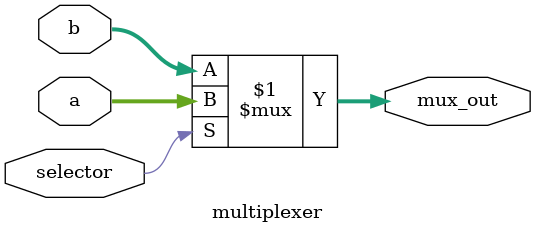
<source format=v>
module multiplexer(a, b, selector, mux_out);
parameter 	VECTOR_WIDTH = 5;
input [VECTOR_WIDTH-1:0] a, b;
input selector;
output [VECTOR_WIDTH-1:0] mux_out;

assign mux_out = selector?a:b;

endmodule 
</source>
